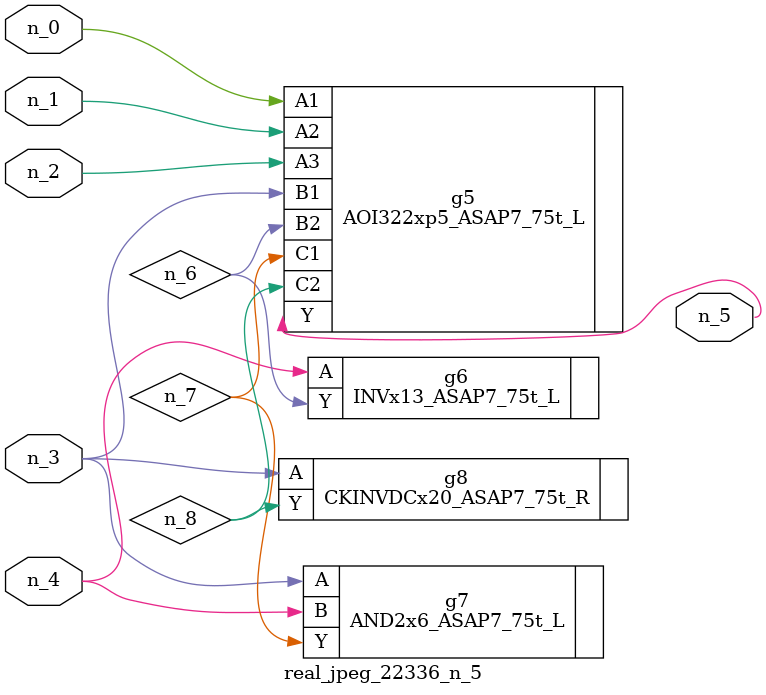
<source format=v>
module real_jpeg_22336_n_5 (n_4, n_0, n_1, n_2, n_3, n_5);

input n_4;
input n_0;
input n_1;
input n_2;
input n_3;

output n_5;

wire n_8;
wire n_6;
wire n_7;

AOI322xp5_ASAP7_75t_L g5 ( 
.A1(n_0),
.A2(n_1),
.A3(n_2),
.B1(n_3),
.B2(n_6),
.C1(n_7),
.C2(n_8),
.Y(n_5)
);

AND2x6_ASAP7_75t_L g7 ( 
.A(n_3),
.B(n_4),
.Y(n_7)
);

CKINVDCx20_ASAP7_75t_R g8 ( 
.A(n_3),
.Y(n_8)
);

INVx13_ASAP7_75t_L g6 ( 
.A(n_4),
.Y(n_6)
);


endmodule
</source>
